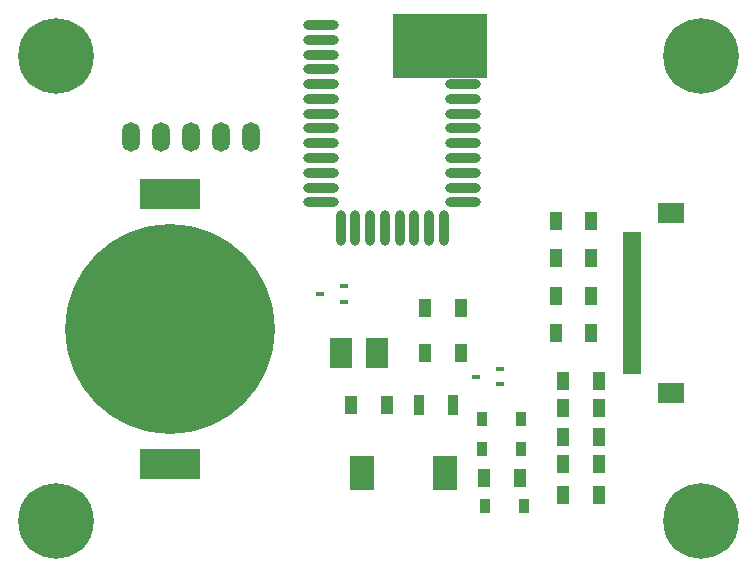
<source format=gts>
G04 #@! TF.GenerationSoftware,KiCad,Pcbnew,(2017-12-02 revision 3109343b9)-master*
G04 #@! TF.CreationDate,2018-01-07T22:26:38+01:00*
G04 #@! TF.ProjectId,epaperle,6570617065726C652E6B696361645F70,rev?*
G04 #@! TF.SameCoordinates,Original*
G04 #@! TF.FileFunction,Soldermask,Top*
G04 #@! TF.FilePolarity,Negative*
%FSLAX46Y46*%
G04 Gerber Fmt 4.6, Leading zero omitted, Abs format (unit mm)*
G04 Created by KiCad (PCBNEW (2017-12-02 revision 3109343b9)-master) date Sun Jan  7 22:26:38 2018*
%MOMM*%
%LPD*%
G01*
G04 APERTURE LIST*
%ADD10O,17.780000X17.780000*%
%ADD11R,5.080000X2.540000*%
%ADD12R,0.700000X0.450000*%
%ADD13O,1.498600X2.499360*%
%ADD14O,1.501140X2.499360*%
%ADD15R,0.900000X1.200000*%
%ADD16R,1.950000X2.500000*%
%ADD17O,2.999740X0.850900*%
%ADD18O,0.850900X2.999740*%
%ADD19R,8.001000X5.499100*%
%ADD20R,1.553972X0.553974*%
%ADD21R,2.199640X1.799844*%
%ADD22R,2.000000X3.000000*%
%ADD23R,1.000000X1.600000*%
%ADD24C,6.400000*%
%ADD25R,0.900000X1.700000*%
G04 APERTURE END LIST*
D10*
X170942000Y-106934000D03*
D11*
X170942000Y-118364000D03*
X170942000Y-95504000D03*
D12*
X183683400Y-104013000D03*
X185683400Y-103363000D03*
X185683400Y-104663000D03*
D13*
X167642540Y-90678000D03*
D14*
X170180000Y-90678000D03*
X172720000Y-90678000D03*
X175260000Y-90678000D03*
X177800000Y-90678000D03*
D15*
X200966254Y-121996759D03*
X197666254Y-121996759D03*
X200712252Y-117170754D03*
X197412252Y-117170754D03*
X197412251Y-114630756D03*
X200712251Y-114630756D03*
D16*
X188469000Y-108966000D03*
X185419000Y-108966000D03*
D12*
X196866000Y-110998000D03*
X198866000Y-110348000D03*
X198866000Y-111648000D03*
D17*
X183754427Y-81240573D03*
X183754427Y-82490253D03*
X183754427Y-83742473D03*
X183754427Y-84992153D03*
X183754427Y-86241833D03*
X183754427Y-87491513D03*
X183754427Y-88741193D03*
X183754427Y-89990873D03*
X183754427Y-91240553D03*
X183754427Y-92490233D03*
X183754427Y-93742453D03*
X183754427Y-94992133D03*
X183754427Y-96241813D03*
D18*
X185405427Y-98441453D03*
X186655107Y-98441453D03*
X187904787Y-98441453D03*
X189154467Y-98441453D03*
X190404147Y-98441453D03*
X191653827Y-98441453D03*
X192903507Y-98441453D03*
X194153187Y-98441453D03*
D17*
X195804187Y-96241813D03*
X195804187Y-94992133D03*
X195804187Y-93742453D03*
X195804187Y-92490233D03*
X195804187Y-91240553D03*
X195804187Y-89990873D03*
X195804187Y-88741193D03*
X195804187Y-87491513D03*
X195804187Y-86241833D03*
D19*
X193779807Y-83041433D03*
D20*
X210110197Y-110525052D03*
X210110197Y-110024926D03*
X210110197Y-109524800D03*
X210110197Y-109024928D03*
X210110197Y-108524802D03*
X210110197Y-108024930D03*
X210110197Y-107524804D03*
X210110197Y-107024932D03*
X210110197Y-106524806D03*
X210110197Y-106024934D03*
X210110197Y-105524808D03*
X210110197Y-105024936D03*
X210110197Y-104525064D03*
X210110197Y-104025192D03*
X210110197Y-103525066D03*
X210110197Y-103025194D03*
X210110197Y-102525068D03*
X210110197Y-102025196D03*
X210110197Y-101525070D03*
X210110197Y-101025198D03*
X210110197Y-100525072D03*
X210110197Y-100025200D03*
X210110197Y-99525074D03*
X210110197Y-99024948D03*
D21*
X213360000Y-97125028D03*
X213360000Y-112424972D03*
D22*
X187254000Y-119126000D03*
X194254000Y-119126000D03*
D23*
X195556000Y-105156000D03*
X192556000Y-105156000D03*
X192556000Y-108966000D03*
X195556000Y-108966000D03*
X206605000Y-104140001D03*
X203605000Y-104140001D03*
X189290476Y-113377575D03*
X186290476Y-113377575D03*
X200562250Y-119583758D03*
X197562250Y-119583758D03*
X207240000Y-118364000D03*
X204240000Y-118364000D03*
X206605000Y-97790001D03*
X203605000Y-97790001D03*
X206605000Y-100965001D03*
X203605000Y-100965001D03*
X203605000Y-107315001D03*
X206605000Y-107315001D03*
X204240000Y-111379000D03*
X207240000Y-111379000D03*
X204240000Y-113665000D03*
X207240000Y-113665000D03*
X204240000Y-116078000D03*
X207240000Y-116078000D03*
X207240000Y-121031000D03*
X204240000Y-121031000D03*
D24*
X215900000Y-123190000D03*
X161290000Y-83820000D03*
X161290000Y-123190000D03*
X215900000Y-83820000D03*
D25*
X192055476Y-113377567D03*
X194955476Y-113377567D03*
M02*

</source>
